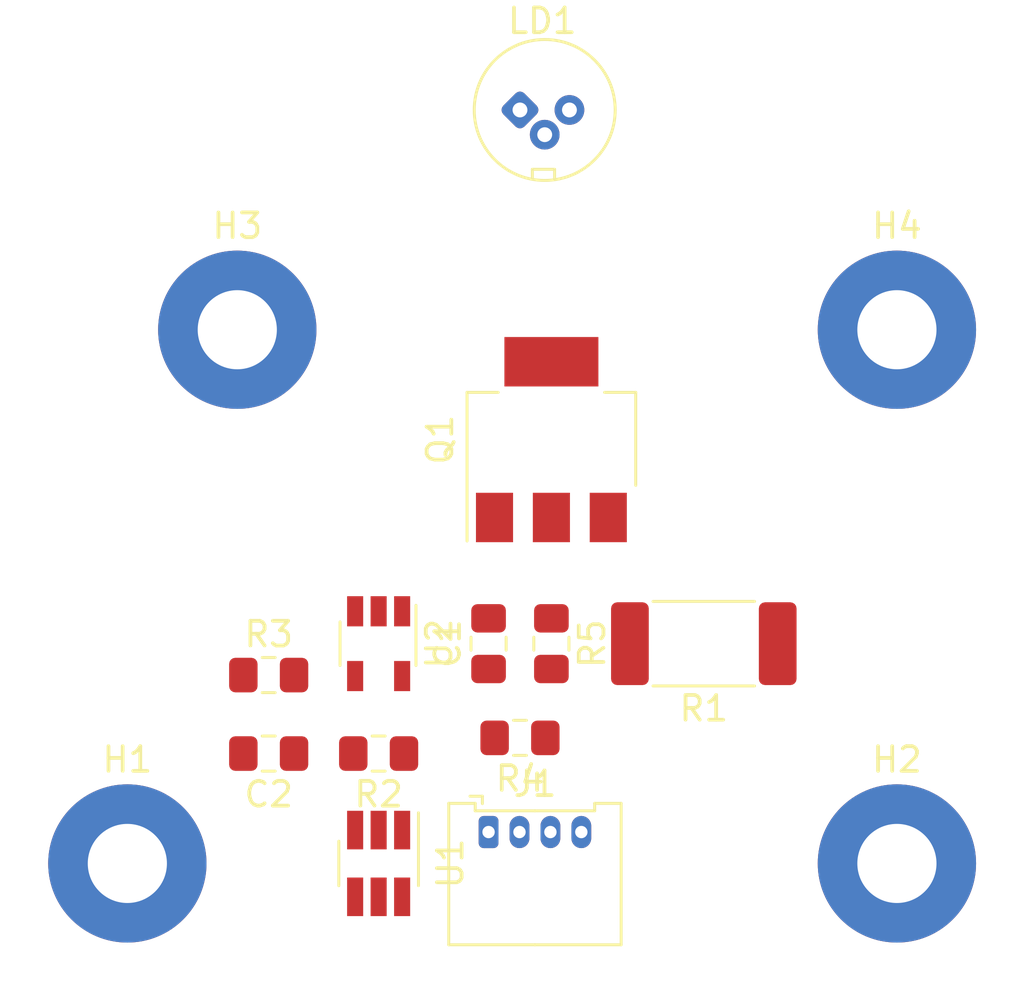
<source format=kicad_pcb>
(kicad_pcb (version 20171130) (host pcbnew "(5.1.5)-3")

  (general
    (thickness 1.6)
    (drawings 0)
    (tracks 0)
    (zones 0)
    (modules 16)
    (nets 12)
  )

  (page A4)
  (layers
    (0 F.Cu signal)
    (31 B.Cu signal)
    (32 B.Adhes user)
    (33 F.Adhes user)
    (34 B.Paste user)
    (35 F.Paste user)
    (36 B.SilkS user)
    (37 F.SilkS user)
    (38 B.Mask user)
    (39 F.Mask user)
    (40 Dwgs.User user)
    (41 Cmts.User user)
    (42 Eco1.User user)
    (43 Eco2.User user)
    (44 Edge.Cuts user)
    (45 Margin user)
    (46 B.CrtYd user)
    (47 F.CrtYd user)
    (48 B.Fab user)
    (49 F.Fab user)
  )

  (setup
    (last_trace_width 0.25)
    (trace_clearance 0.2)
    (zone_clearance 0.508)
    (zone_45_only no)
    (trace_min 0.2)
    (via_size 0.8)
    (via_drill 0.4)
    (via_min_size 0.4)
    (via_min_drill 0.3)
    (uvia_size 0.3)
    (uvia_drill 0.1)
    (uvias_allowed no)
    (uvia_min_size 0.2)
    (uvia_min_drill 0.1)
    (edge_width 0.05)
    (segment_width 0.2)
    (pcb_text_width 0.3)
    (pcb_text_size 1.5 1.5)
    (mod_edge_width 0.12)
    (mod_text_size 1 1)
    (mod_text_width 0.15)
    (pad_size 1.524 1.524)
    (pad_drill 0.762)
    (pad_to_mask_clearance 0.051)
    (solder_mask_min_width 0.25)
    (aux_axis_origin 0 0)
    (visible_elements 7FFFFFFF)
    (pcbplotparams
      (layerselection 0x010fc_ffffffff)
      (usegerberextensions false)
      (usegerberattributes false)
      (usegerberadvancedattributes false)
      (creategerberjobfile false)
      (excludeedgelayer true)
      (linewidth 0.100000)
      (plotframeref false)
      (viasonmask false)
      (mode 1)
      (useauxorigin false)
      (hpglpennumber 1)
      (hpglpenspeed 20)
      (hpglpendiameter 15.000000)
      (psnegative false)
      (psa4output false)
      (plotreference true)
      (plotvalue true)
      (plotinvisibletext false)
      (padsonsilk false)
      (subtractmaskfromsilk false)
      (outputformat 1)
      (mirror false)
      (drillshape 1)
      (scaleselection 1)
      (outputdirectory ""))
  )

  (net 0 "")
  (net 1 GND)
  (net 2 +5C)
  (net 3 /V-)
  (net 4 /V+)
  (net 5 "Net-(LD1-Pad1)")
  (net 6 /G)
  (net 7 /SDA)
  (net 8 /SCL)
  (net 9 /D)
  (net 10 /S)
  (net 11 /VOUT)

  (net_class Default "This is the default net class."
    (clearance 0.2)
    (trace_width 0.25)
    (via_dia 0.8)
    (via_drill 0.4)
    (uvia_dia 0.3)
    (uvia_drill 0.1)
    (add_net +5C)
    (add_net /D)
    (add_net /G)
    (add_net /S)
    (add_net /SCL)
    (add_net /SDA)
    (add_net /V+)
    (add_net /V-)
    (add_net /VOUT)
    (add_net GND)
    (add_net "Net-(LD1-Pad1)")
  )

  (module Package_TO_SOT_SMD:SOT-23-6_Handsoldering (layer F.Cu) (tedit 5A02FF57) (tstamp 5E4E384A)
    (at 137.16 100.33 270)
    (descr "6-pin SOT-23 package, Handsoldering")
    (tags "SOT-23-6 Handsoldering")
    (path /5E4F9088)
    (attr smd)
    (fp_text reference U1 (at 0 -2.9 90) (layer F.SilkS)
      (effects (font (size 1 1) (thickness 0.15)))
    )
    (fp_text value MCP4716 (at 0 2.9 90) (layer F.Fab)
      (effects (font (size 1 1) (thickness 0.15)))
    )
    (fp_line (start 0.9 -1.55) (end 0.9 1.55) (layer F.Fab) (width 0.1))
    (fp_line (start 0.9 1.55) (end -0.9 1.55) (layer F.Fab) (width 0.1))
    (fp_line (start -0.9 -0.9) (end -0.9 1.55) (layer F.Fab) (width 0.1))
    (fp_line (start 0.9 -1.55) (end -0.25 -1.55) (layer F.Fab) (width 0.1))
    (fp_line (start -0.9 -0.9) (end -0.25 -1.55) (layer F.Fab) (width 0.1))
    (fp_line (start -2.4 -1.8) (end 2.4 -1.8) (layer F.CrtYd) (width 0.05))
    (fp_line (start 2.4 -1.8) (end 2.4 1.8) (layer F.CrtYd) (width 0.05))
    (fp_line (start 2.4 1.8) (end -2.4 1.8) (layer F.CrtYd) (width 0.05))
    (fp_line (start -2.4 1.8) (end -2.4 -1.8) (layer F.CrtYd) (width 0.05))
    (fp_line (start 0.9 -1.61) (end -2.05 -1.61) (layer F.SilkS) (width 0.12))
    (fp_line (start -0.9 1.61) (end 0.9 1.61) (layer F.SilkS) (width 0.12))
    (fp_text user %R (at 0 0) (layer F.Fab)
      (effects (font (size 0.5 0.5) (thickness 0.075)))
    )
    (pad 5 smd rect (at 1.35 0 270) (size 1.56 0.65) (layers F.Cu F.Paste F.Mask)
      (net 8 /SCL))
    (pad 6 smd rect (at 1.35 -0.95 270) (size 1.56 0.65) (layers F.Cu F.Paste F.Mask)
      (net 2 +5C))
    (pad 4 smd rect (at 1.35 0.95 270) (size 1.56 0.65) (layers F.Cu F.Paste F.Mask)
      (net 7 /SDA))
    (pad 3 smd rect (at -1.35 0.95 270) (size 1.56 0.65) (layers F.Cu F.Paste F.Mask)
      (net 2 +5C))
    (pad 2 smd rect (at -1.35 0 270) (size 1.56 0.65) (layers F.Cu F.Paste F.Mask)
      (net 1 GND))
    (pad 1 smd rect (at -1.35 -0.95 270) (size 1.56 0.65) (layers F.Cu F.Paste F.Mask)
      (net 11 /VOUT))
    (model ${KISYS3DMOD}/Package_TO_SOT_SMD.3dshapes/SOT-23-6.wrl
      (at (xyz 0 0 0))
      (scale (xyz 1 1 1))
      (rotate (xyz 0 0 0))
    )
  )

  (module OptoDevice:LaserDiode_TO18-D5.6-3 (layer F.Cu) (tedit 5B887805) (tstamp 5E4E11C4)
    (at 142.875 69.85)
    (descr "Laser Diode, TO18-like (D=5.6mm), 3pin")
    (tags "Laser Diode TO18-like")
    (path /5E4E7513)
    (fp_text reference LD1 (at 0.9 -3.6) (layer F.SilkS)
      (effects (font (size 1 1) (thickness 0.15)))
    )
    (fp_text value SLD3134VL (at 1 3.8) (layer F.Fab)
      (effects (font (size 1 1) (thickness 0.15)))
    )
    (fp_circle (center 1 0) (end -1.85 0) (layer F.SilkS) (width 0.12))
    (fp_circle (center 1 0) (end 3.2 0) (layer F.Fab) (width 0.1))
    (fp_circle (center 1 0) (end 2.8 0) (layer F.Fab) (width 0.1))
    (fp_circle (center 1.02 0.01) (end 3.85 1.49) (layer F.CrtYd) (width 0.05))
    (fp_circle (center 1 0) (end -1.8 0) (layer F.Fab) (width 0.1))
    (fp_line (start 1.4 2.4) (end 1.4 2.7) (layer F.Fab) (width 0.1))
    (fp_line (start 0.5 2.4) (end 1.4 2.4) (layer F.Fab) (width 0.1))
    (fp_line (start 0.5 2.7) (end 0.5 2.4) (layer F.Fab) (width 0.1))
    (fp_line (start 3.4 0) (end 3.7 0.4) (layer F.Fab) (width 0.1))
    (fp_line (start 3.7 -0.4) (end 3.4 0) (layer F.Fab) (width 0.1))
    (fp_line (start -1.4 0) (end -1.7 -0.4) (layer F.Fab) (width 0.1))
    (fp_line (start -1.4 0) (end -1.7 0.4) (layer F.Fab) (width 0.1))
    (fp_line (start 1.4 2.4) (end 1.4 2.8) (layer F.SilkS) (width 0.12))
    (fp_line (start 0.5 2.4) (end 1.4 2.4) (layer F.SilkS) (width 0.12))
    (fp_line (start 0.5 2.8) (end 0.5 2.4) (layer F.SilkS) (width 0.12))
    (fp_text user %R (at 0.9 -3.6) (layer F.Fab)
      (effects (font (size 1 1) (thickness 0.15)))
    )
    (pad 3 thru_hole circle (at 2 0) (size 1.2 1.2) (drill 0.6) (layers *.Cu *.Mask)
      (net 9 /D))
    (pad 2 thru_hole circle (at 1 1) (size 1.2 1.2) (drill 0.6) (layers *.Cu *.Mask)
      (net 1 GND))
    (pad 1 thru_hole roundrect (at 0 0 45) (size 1.2 1.2) (drill 0.6) (layers *.Cu *.Mask) (roundrect_rratio 0.208)
      (net 5 "Net-(LD1-Pad1)"))
    (model ${KISYS3DMOD}/OptoDevice.3dshapes/LaserDiode_TO18-D5.6-3.wrl
      (at (xyz 0 0 0))
      (scale (xyz 1 1 1))
      (rotate (xyz 0 0 0))
    )
  )

  (module Resistor_SMD:R_0805_2012Metric_Pad1.15x1.40mm_HandSolder (layer F.Cu) (tedit 5B36C52B) (tstamp 5E4DEF02)
    (at 144.145 91.44 270)
    (descr "Resistor SMD 0805 (2012 Metric), square (rectangular) end terminal, IPC_7351 nominal with elongated pad for handsoldering. (Body size source: https://docs.google.com/spreadsheets/d/1BsfQQcO9C6DZCsRaXUlFlo91Tg2WpOkGARC1WS5S8t0/edit?usp=sharing), generated with kicad-footprint-generator")
    (tags "resistor handsolder")
    (path /5E479FC2)
    (attr smd)
    (fp_text reference R5 (at 0 -1.65 90) (layer F.SilkS)
      (effects (font (size 1 1) (thickness 0.15)))
    )
    (fp_text value 4kR (at 0 1.65 90) (layer F.Fab)
      (effects (font (size 1 1) (thickness 0.15)))
    )
    (fp_text user %R (at 0 0 90) (layer F.Fab)
      (effects (font (size 0.5 0.5) (thickness 0.08)))
    )
    (fp_line (start 1.85 0.95) (end -1.85 0.95) (layer F.CrtYd) (width 0.05))
    (fp_line (start 1.85 -0.95) (end 1.85 0.95) (layer F.CrtYd) (width 0.05))
    (fp_line (start -1.85 -0.95) (end 1.85 -0.95) (layer F.CrtYd) (width 0.05))
    (fp_line (start -1.85 0.95) (end -1.85 -0.95) (layer F.CrtYd) (width 0.05))
    (fp_line (start -0.261252 0.71) (end 0.261252 0.71) (layer F.SilkS) (width 0.12))
    (fp_line (start -0.261252 -0.71) (end 0.261252 -0.71) (layer F.SilkS) (width 0.12))
    (fp_line (start 1 0.6) (end -1 0.6) (layer F.Fab) (width 0.1))
    (fp_line (start 1 -0.6) (end 1 0.6) (layer F.Fab) (width 0.1))
    (fp_line (start -1 -0.6) (end 1 -0.6) (layer F.Fab) (width 0.1))
    (fp_line (start -1 0.6) (end -1 -0.6) (layer F.Fab) (width 0.1))
    (pad 2 smd roundrect (at 1.025 0 270) (size 1.15 1.4) (layers F.Cu F.Paste F.Mask) (roundrect_rratio 0.217391)
      (net 1 GND))
    (pad 1 smd roundrect (at -1.025 0 270) (size 1.15 1.4) (layers F.Cu F.Paste F.Mask) (roundrect_rratio 0.217391)
      (net 10 /S))
    (model ${KISYS3DMOD}/Resistor_SMD.3dshapes/R_0805_2012Metric.wrl
      (at (xyz 0 0 0))
      (scale (xyz 1 1 1))
      (rotate (xyz 0 0 0))
    )
  )

  (module Resistor_SMD:R_0805_2012Metric_Pad1.15x1.40mm_HandSolder (layer F.Cu) (tedit 5B36C52B) (tstamp 5E4DEEF3)
    (at 142.875 95.25 180)
    (descr "Resistor SMD 0805 (2012 Metric), square (rectangular) end terminal, IPC_7351 nominal with elongated pad for handsoldering. (Body size source: https://docs.google.com/spreadsheets/d/1BsfQQcO9C6DZCsRaXUlFlo91Tg2WpOkGARC1WS5S8t0/edit?usp=sharing), generated with kicad-footprint-generator")
    (tags "resistor handsolder")
    (path /5E47A4F4)
    (attr smd)
    (fp_text reference R4 (at 0 -1.65) (layer F.SilkS)
      (effects (font (size 1 1) (thickness 0.15)))
    )
    (fp_text value 10kR (at 0 1.65) (layer F.Fab)
      (effects (font (size 1 1) (thickness 0.15)))
    )
    (fp_text user %R (at 0 0) (layer F.Fab)
      (effects (font (size 0.5 0.5) (thickness 0.08)))
    )
    (fp_line (start 1.85 0.95) (end -1.85 0.95) (layer F.CrtYd) (width 0.05))
    (fp_line (start 1.85 -0.95) (end 1.85 0.95) (layer F.CrtYd) (width 0.05))
    (fp_line (start -1.85 -0.95) (end 1.85 -0.95) (layer F.CrtYd) (width 0.05))
    (fp_line (start -1.85 0.95) (end -1.85 -0.95) (layer F.CrtYd) (width 0.05))
    (fp_line (start -0.261252 0.71) (end 0.261252 0.71) (layer F.SilkS) (width 0.12))
    (fp_line (start -0.261252 -0.71) (end 0.261252 -0.71) (layer F.SilkS) (width 0.12))
    (fp_line (start 1 0.6) (end -1 0.6) (layer F.Fab) (width 0.1))
    (fp_line (start 1 -0.6) (end 1 0.6) (layer F.Fab) (width 0.1))
    (fp_line (start -1 -0.6) (end 1 -0.6) (layer F.Fab) (width 0.1))
    (fp_line (start -1 0.6) (end -1 -0.6) (layer F.Fab) (width 0.1))
    (pad 2 smd roundrect (at 1.025 0 180) (size 1.15 1.4) (layers F.Cu F.Paste F.Mask) (roundrect_rratio 0.217391)
      (net 3 /V-))
    (pad 1 smd roundrect (at -1.025 0 180) (size 1.15 1.4) (layers F.Cu F.Paste F.Mask) (roundrect_rratio 0.217391)
      (net 10 /S))
    (model ${KISYS3DMOD}/Resistor_SMD.3dshapes/R_0805_2012Metric.wrl
      (at (xyz 0 0 0))
      (scale (xyz 1 1 1))
      (rotate (xyz 0 0 0))
    )
  )

  (module Resistor_SMD:R_0805_2012Metric_Pad1.15x1.40mm_HandSolder (layer F.Cu) (tedit 5B36C52B) (tstamp 5E4DEEE4)
    (at 132.715 92.71)
    (descr "Resistor SMD 0805 (2012 Metric), square (rectangular) end terminal, IPC_7351 nominal with elongated pad for handsoldering. (Body size source: https://docs.google.com/spreadsheets/d/1BsfQQcO9C6DZCsRaXUlFlo91Tg2WpOkGARC1WS5S8t0/edit?usp=sharing), generated with kicad-footprint-generator")
    (tags "resistor handsolder")
    (path /5E47AA27)
    (attr smd)
    (fp_text reference R3 (at 0 -1.65) (layer F.SilkS)
      (effects (font (size 1 1) (thickness 0.15)))
    )
    (fp_text value 30kR (at 0 1.65) (layer F.Fab)
      (effects (font (size 1 1) (thickness 0.15)))
    )
    (fp_text user %R (at 0 0) (layer F.Fab)
      (effects (font (size 0.5 0.5) (thickness 0.08)))
    )
    (fp_line (start 1.85 0.95) (end -1.85 0.95) (layer F.CrtYd) (width 0.05))
    (fp_line (start 1.85 -0.95) (end 1.85 0.95) (layer F.CrtYd) (width 0.05))
    (fp_line (start -1.85 -0.95) (end 1.85 -0.95) (layer F.CrtYd) (width 0.05))
    (fp_line (start -1.85 0.95) (end -1.85 -0.95) (layer F.CrtYd) (width 0.05))
    (fp_line (start -0.261252 0.71) (end 0.261252 0.71) (layer F.SilkS) (width 0.12))
    (fp_line (start -0.261252 -0.71) (end 0.261252 -0.71) (layer F.SilkS) (width 0.12))
    (fp_line (start 1 0.6) (end -1 0.6) (layer F.Fab) (width 0.1))
    (fp_line (start 1 -0.6) (end 1 0.6) (layer F.Fab) (width 0.1))
    (fp_line (start -1 -0.6) (end 1 -0.6) (layer F.Fab) (width 0.1))
    (fp_line (start -1 0.6) (end -1 -0.6) (layer F.Fab) (width 0.1))
    (pad 2 smd roundrect (at 1.025 0) (size 1.15 1.4) (layers F.Cu F.Paste F.Mask) (roundrect_rratio 0.217391)
      (net 4 /V+))
    (pad 1 smd roundrect (at -1.025 0) (size 1.15 1.4) (layers F.Cu F.Paste F.Mask) (roundrect_rratio 0.217391)
      (net 2 +5C))
    (model ${KISYS3DMOD}/Resistor_SMD.3dshapes/R_0805_2012Metric.wrl
      (at (xyz 0 0 0))
      (scale (xyz 1 1 1))
      (rotate (xyz 0 0 0))
    )
  )

  (module Resistor_SMD:R_0805_2012Metric_Pad1.15x1.40mm_HandSolder (layer F.Cu) (tedit 5B36C52B) (tstamp 5E4DEED5)
    (at 137.16 95.885 180)
    (descr "Resistor SMD 0805 (2012 Metric), square (rectangular) end terminal, IPC_7351 nominal with elongated pad for handsoldering. (Body size source: https://docs.google.com/spreadsheets/d/1BsfQQcO9C6DZCsRaXUlFlo91Tg2WpOkGARC1WS5S8t0/edit?usp=sharing), generated with kicad-footprint-generator")
    (tags "resistor handsolder")
    (path /5E47A91E)
    (attr smd)
    (fp_text reference R2 (at 0 -1.65) (layer F.SilkS)
      (effects (font (size 1 1) (thickness 0.15)))
    )
    (fp_text value 20kR (at 0 1.65) (layer F.Fab)
      (effects (font (size 1 1) (thickness 0.15)))
    )
    (fp_text user %R (at 0 0) (layer F.Fab)
      (effects (font (size 0.5 0.5) (thickness 0.08)))
    )
    (fp_line (start 1.85 0.95) (end -1.85 0.95) (layer F.CrtYd) (width 0.05))
    (fp_line (start 1.85 -0.95) (end 1.85 0.95) (layer F.CrtYd) (width 0.05))
    (fp_line (start -1.85 -0.95) (end 1.85 -0.95) (layer F.CrtYd) (width 0.05))
    (fp_line (start -1.85 0.95) (end -1.85 -0.95) (layer F.CrtYd) (width 0.05))
    (fp_line (start -0.261252 0.71) (end 0.261252 0.71) (layer F.SilkS) (width 0.12))
    (fp_line (start -0.261252 -0.71) (end 0.261252 -0.71) (layer F.SilkS) (width 0.12))
    (fp_line (start 1 0.6) (end -1 0.6) (layer F.Fab) (width 0.1))
    (fp_line (start 1 -0.6) (end 1 0.6) (layer F.Fab) (width 0.1))
    (fp_line (start -1 -0.6) (end 1 -0.6) (layer F.Fab) (width 0.1))
    (fp_line (start -1 0.6) (end -1 -0.6) (layer F.Fab) (width 0.1))
    (pad 2 smd roundrect (at 1.025 0 180) (size 1.15 1.4) (layers F.Cu F.Paste F.Mask) (roundrect_rratio 0.217391)
      (net 4 /V+))
    (pad 1 smd roundrect (at -1.025 0 180) (size 1.15 1.4) (layers F.Cu F.Paste F.Mask) (roundrect_rratio 0.217391)
      (net 11 /VOUT))
    (model ${KISYS3DMOD}/Resistor_SMD.3dshapes/R_0805_2012Metric.wrl
      (at (xyz 0 0 0))
      (scale (xyz 1 1 1))
      (rotate (xyz 0 0 0))
    )
  )

  (module Package_TO_SOT_SMD:TSOT-23-5 (layer F.Cu) (tedit 5A02FF57) (tstamp 5E4DEF36)
    (at 137.16 91.44 270)
    (descr "5-pin TSOT23 package, http://cds.linear.com/docs/en/packaging/SOT_5_05-08-1635.pdf")
    (tags TSOT-23-5)
    (path /5E4799F9)
    (attr smd)
    (fp_text reference U2 (at 0 -2.45 90) (layer F.SilkS)
      (effects (font (size 1 1) (thickness 0.15)))
    )
    (fp_text value AD8601 (at 0 2.5 90) (layer F.Fab)
      (effects (font (size 1 1) (thickness 0.15)))
    )
    (fp_line (start 2.17 1.7) (end -2.17 1.7) (layer F.CrtYd) (width 0.05))
    (fp_line (start 2.17 1.7) (end 2.17 -1.7) (layer F.CrtYd) (width 0.05))
    (fp_line (start -2.17 -1.7) (end -2.17 1.7) (layer F.CrtYd) (width 0.05))
    (fp_line (start -2.17 -1.7) (end 2.17 -1.7) (layer F.CrtYd) (width 0.05))
    (fp_line (start 0.88 -1.45) (end 0.88 1.45) (layer F.Fab) (width 0.1))
    (fp_line (start 0.88 1.45) (end -0.88 1.45) (layer F.Fab) (width 0.1))
    (fp_line (start -0.88 -1) (end -0.88 1.45) (layer F.Fab) (width 0.1))
    (fp_line (start 0.88 -1.45) (end -0.43 -1.45) (layer F.Fab) (width 0.1))
    (fp_line (start -0.88 -1) (end -0.43 -1.45) (layer F.Fab) (width 0.1))
    (fp_line (start 0.88 -1.51) (end -1.55 -1.51) (layer F.SilkS) (width 0.12))
    (fp_line (start -0.88 1.56) (end 0.88 1.56) (layer F.SilkS) (width 0.12))
    (fp_text user %R (at 0 0) (layer F.Fab)
      (effects (font (size 0.5 0.5) (thickness 0.075)))
    )
    (pad 5 smd rect (at 1.31 -0.95 270) (size 1.22 0.65) (layers F.Cu F.Paste F.Mask)
      (net 2 +5C))
    (pad 4 smd rect (at 1.31 0.95 270) (size 1.22 0.65) (layers F.Cu F.Paste F.Mask)
      (net 3 /V-))
    (pad 3 smd rect (at -1.31 0.95 270) (size 1.22 0.65) (layers F.Cu F.Paste F.Mask)
      (net 4 /V+))
    (pad 2 smd rect (at -1.31 0 270) (size 1.22 0.65) (layers F.Cu F.Paste F.Mask)
      (net 1 GND))
    (pad 1 smd rect (at -1.31 -0.95 270) (size 1.22 0.65) (layers F.Cu F.Paste F.Mask)
      (net 6 /G))
    (model ${KISYS3DMOD}/Package_TO_SOT_SMD.3dshapes/TSOT-23-5.wrl
      (at (xyz 0 0 0))
      (scale (xyz 1 1 1))
      (rotate (xyz 0 0 0))
    )
  )

  (module Resistor_SMD:R_2512_6332Metric_Pad1.52x3.35mm_HandSolder (layer F.Cu) (tedit 5B301BBD) (tstamp 5E4DEEC6)
    (at 150.3075 91.44 180)
    (descr "Resistor SMD 2512 (6332 Metric), square (rectangular) end terminal, IPC_7351 nominal with elongated pad for handsoldering. (Body size source: http://www.tortai-tech.com/upload/download/2011102023233369053.pdf), generated with kicad-footprint-generator")
    (tags "resistor handsolder")
    (path /5E47AB6E)
    (attr smd)
    (fp_text reference R1 (at 0 -2.62) (layer F.SilkS)
      (effects (font (size 1 1) (thickness 0.15)))
    )
    (fp_text value 12R (at 0 2.62) (layer F.Fab)
      (effects (font (size 1 1) (thickness 0.15)))
    )
    (fp_text user %R (at 0 0) (layer F.Fab)
      (effects (font (size 1 1) (thickness 0.15)))
    )
    (fp_line (start 4 1.92) (end -4 1.92) (layer F.CrtYd) (width 0.05))
    (fp_line (start 4 -1.92) (end 4 1.92) (layer F.CrtYd) (width 0.05))
    (fp_line (start -4 -1.92) (end 4 -1.92) (layer F.CrtYd) (width 0.05))
    (fp_line (start -4 1.92) (end -4 -1.92) (layer F.CrtYd) (width 0.05))
    (fp_line (start -2.052064 1.71) (end 2.052064 1.71) (layer F.SilkS) (width 0.12))
    (fp_line (start -2.052064 -1.71) (end 2.052064 -1.71) (layer F.SilkS) (width 0.12))
    (fp_line (start 3.15 1.6) (end -3.15 1.6) (layer F.Fab) (width 0.1))
    (fp_line (start 3.15 -1.6) (end 3.15 1.6) (layer F.Fab) (width 0.1))
    (fp_line (start -3.15 -1.6) (end 3.15 -1.6) (layer F.Fab) (width 0.1))
    (fp_line (start -3.15 1.6) (end -3.15 -1.6) (layer F.Fab) (width 0.1))
    (pad 2 smd roundrect (at 2.9875 0 180) (size 1.525 3.35) (layers F.Cu F.Paste F.Mask) (roundrect_rratio 0.163934)
      (net 10 /S))
    (pad 1 smd roundrect (at -2.9875 0 180) (size 1.525 3.35) (layers F.Cu F.Paste F.Mask) (roundrect_rratio 0.163934)
      (net 2 +5C))
    (model ${KISYS3DMOD}/Resistor_SMD.3dshapes/R_2512_6332Metric.wrl
      (at (xyz 0 0 0))
      (scale (xyz 1 1 1))
      (rotate (xyz 0 0 0))
    )
  )

  (module Package_TO_SOT_SMD:SOT-223-3_TabPin2 (layer F.Cu) (tedit 5A02FF57) (tstamp 5E4DEEB5)
    (at 144.145 83.185 90)
    (descr "module CMS SOT223 4 pins")
    (tags "CMS SOT")
    (path /5E4DF28A)
    (attr smd)
    (fp_text reference Q1 (at 0 -4.5 90) (layer F.SilkS)
      (effects (font (size 1 1) (thickness 0.15)))
    )
    (fp_text value ZXMP6A17G (at 0 4.5 90) (layer F.Fab)
      (effects (font (size 1 1) (thickness 0.15)))
    )
    (fp_line (start 1.85 -3.35) (end 1.85 3.35) (layer F.Fab) (width 0.1))
    (fp_line (start -1.85 3.35) (end 1.85 3.35) (layer F.Fab) (width 0.1))
    (fp_line (start -4.1 -3.41) (end 1.91 -3.41) (layer F.SilkS) (width 0.12))
    (fp_line (start -0.85 -3.35) (end 1.85 -3.35) (layer F.Fab) (width 0.1))
    (fp_line (start -1.85 3.41) (end 1.91 3.41) (layer F.SilkS) (width 0.12))
    (fp_line (start -1.85 -2.35) (end -1.85 3.35) (layer F.Fab) (width 0.1))
    (fp_line (start -1.85 -2.35) (end -0.85 -3.35) (layer F.Fab) (width 0.1))
    (fp_line (start -4.4 -3.6) (end -4.4 3.6) (layer F.CrtYd) (width 0.05))
    (fp_line (start -4.4 3.6) (end 4.4 3.6) (layer F.CrtYd) (width 0.05))
    (fp_line (start 4.4 3.6) (end 4.4 -3.6) (layer F.CrtYd) (width 0.05))
    (fp_line (start 4.4 -3.6) (end -4.4 -3.6) (layer F.CrtYd) (width 0.05))
    (fp_line (start 1.91 -3.41) (end 1.91 -2.15) (layer F.SilkS) (width 0.12))
    (fp_line (start 1.91 3.41) (end 1.91 2.15) (layer F.SilkS) (width 0.12))
    (fp_text user %R (at 0 0) (layer F.Fab)
      (effects (font (size 0.8 0.8) (thickness 0.12)))
    )
    (pad 1 smd rect (at -3.15 -2.3 90) (size 2 1.5) (layers F.Cu F.Paste F.Mask)
      (net 6 /G))
    (pad 3 smd rect (at -3.15 2.3 90) (size 2 1.5) (layers F.Cu F.Paste F.Mask)
      (net 10 /S))
    (pad 2 smd rect (at -3.15 0 90) (size 2 1.5) (layers F.Cu F.Paste F.Mask)
      (net 9 /D))
    (pad 2 smd rect (at 3.15 0 90) (size 2 3.8) (layers F.Cu F.Paste F.Mask)
      (net 9 /D))
    (model ${KISYS3DMOD}/Package_TO_SOT_SMD.3dshapes/SOT-223.wrl
      (at (xyz 0 0 0))
      (scale (xyz 1 1 1))
      (rotate (xyz 0 0 0))
    )
  )

  (module Connector_Molex:Molex_PicoBlade_53048-0410_1x04_P1.25mm_Horizontal (layer F.Cu) (tedit 5B783024) (tstamp 5E4DEE88)
    (at 141.605 99.06)
    (descr "Molex PicoBlade Connector System, 53048-0410, 4 Pins per row (http://www.molex.com/pdm_docs/sd/530480210_sd.pdf), generated with kicad-footprint-generator")
    (tags "connector Molex PicoBlade top entry")
    (path /5E4950DC)
    (fp_text reference J1 (at 1.88 -1.95) (layer F.SilkS)
      (effects (font (size 1 1) (thickness 0.15)))
    )
    (fp_text value Conn_01x04_Male (at 1.88 5.65) (layer F.Fab)
      (effects (font (size 1 1) (thickness 0.15)))
    )
    (fp_text user %R (at 1.88 3.75) (layer F.Fab)
      (effects (font (size 1 1) (thickness 0.15)))
    )
    (fp_line (start 5.36 4.56) (end 1.875 4.56) (layer F.SilkS) (width 0.12))
    (fp_line (start 5.36 -1.16) (end 5.36 4.56) (layer F.SilkS) (width 0.12))
    (fp_line (start 4.29 -1.16) (end 5.36 -1.16) (layer F.SilkS) (width 0.12))
    (fp_line (start 4.29 -0.86) (end 4.29 -1.16) (layer F.SilkS) (width 0.12))
    (fp_line (start 1.875 -0.86) (end 4.29 -0.86) (layer F.SilkS) (width 0.12))
    (fp_line (start -1.61 4.56) (end 1.875 4.56) (layer F.SilkS) (width 0.12))
    (fp_line (start -1.61 -1.16) (end -1.61 4.56) (layer F.SilkS) (width 0.12))
    (fp_line (start -0.54 -1.16) (end -1.61 -1.16) (layer F.SilkS) (width 0.12))
    (fp_line (start -0.54 -0.86) (end -0.54 -1.16) (layer F.SilkS) (width 0.12))
    (fp_line (start 1.875 -0.86) (end -0.54 -0.86) (layer F.SilkS) (width 0.12))
    (fp_line (start 5.25 4.45) (end 1.875 4.45) (layer F.Fab) (width 0.1))
    (fp_line (start 5.25 -1.05) (end 5.25 4.45) (layer F.Fab) (width 0.1))
    (fp_line (start 4.4 -1.05) (end 5.25 -1.05) (layer F.Fab) (width 0.1))
    (fp_line (start 4.4 -0.75) (end 4.4 -1.05) (layer F.Fab) (width 0.1))
    (fp_line (start 1.875 -0.75) (end 4.4 -0.75) (layer F.Fab) (width 0.1))
    (fp_line (start -1.5 4.45) (end 1.875 4.45) (layer F.Fab) (width 0.1))
    (fp_line (start -1.5 -1.05) (end -1.5 4.45) (layer F.Fab) (width 0.1))
    (fp_line (start -0.65 -1.05) (end -1.5 -1.05) (layer F.Fab) (width 0.1))
    (fp_line (start -0.65 -0.75) (end -0.65 -1.05) (layer F.Fab) (width 0.1))
    (fp_line (start 1.875 -0.75) (end -0.65 -0.75) (layer F.Fab) (width 0.1))
    (fp_line (start 5.75 4.95) (end 1.87 4.95) (layer F.CrtYd) (width 0.05))
    (fp_line (start 5.75 -1.55) (end 5.75 4.95) (layer F.CrtYd) (width 0.05))
    (fp_line (start 3.9 -1.55) (end 5.75 -1.55) (layer F.CrtYd) (width 0.05))
    (fp_line (start 3.9 -1.25) (end 3.9 -1.55) (layer F.CrtYd) (width 0.05))
    (fp_line (start 1.87 -1.25) (end 3.9 -1.25) (layer F.CrtYd) (width 0.05))
    (fp_line (start -2 4.95) (end 1.88 4.95) (layer F.CrtYd) (width 0.05))
    (fp_line (start -2 -1.55) (end -2 4.95) (layer F.CrtYd) (width 0.05))
    (fp_line (start -0.15 -1.55) (end -2 -1.55) (layer F.CrtYd) (width 0.05))
    (fp_line (start -0.15 -1.25) (end -0.15 -1.55) (layer F.CrtYd) (width 0.05))
    (fp_line (start 1.88 -1.25) (end -0.15 -1.25) (layer F.CrtYd) (width 0.05))
    (fp_line (start 0 -0.042893) (end 0.5 -0.75) (layer F.Fab) (width 0.1))
    (fp_line (start -0.5 -0.75) (end 0 -0.042893) (layer F.Fab) (width 0.1))
    (fp_line (start -0.25 -1.45) (end -0.75 -1.45) (layer F.SilkS) (width 0.12))
    (fp_line (start -0.25 -1.15) (end -0.25 -1.45) (layer F.SilkS) (width 0.12))
    (pad 4 thru_hole oval (at 3.75 0) (size 0.8 1.3) (drill 0.5) (layers *.Cu *.Mask)
      (net 1 GND))
    (pad 3 thru_hole oval (at 2.5 0) (size 0.8 1.3) (drill 0.5) (layers *.Cu *.Mask)
      (net 7 /SDA))
    (pad 2 thru_hole oval (at 1.25 0) (size 0.8 1.3) (drill 0.5) (layers *.Cu *.Mask)
      (net 8 /SCL))
    (pad 1 thru_hole roundrect (at 0 0) (size 0.8 1.3) (drill 0.5) (layers *.Cu *.Mask) (roundrect_rratio 0.25)
      (net 2 +5C))
    (model ${KISYS3DMOD}/Connector_Molex.3dshapes/Molex_PicoBlade_53048-0410_1x04_P1.25mm_Horizontal.wrl
      (at (xyz 0 0 0))
      (scale (xyz 1 1 1))
      (rotate (xyz 0 0 0))
    )
  )

  (module MountingHole:MountingHole_3.2mm_M3_Pad (layer F.Cu) (tedit 56D1B4CB) (tstamp 5E4DEE5D)
    (at 158.115 78.74)
    (descr "Mounting Hole 3.2mm, M3")
    (tags "mounting hole 3.2mm m3")
    (path /5E4AA4F4)
    (attr virtual)
    (fp_text reference H4 (at 0 -4.2) (layer F.SilkS)
      (effects (font (size 1 1) (thickness 0.15)))
    )
    (fp_text value MountingHole (at 0 4.2) (layer F.Fab)
      (effects (font (size 1 1) (thickness 0.15)))
    )
    (fp_circle (center 0 0) (end 3.45 0) (layer F.CrtYd) (width 0.05))
    (fp_circle (center 0 0) (end 3.2 0) (layer Cmts.User) (width 0.15))
    (fp_text user %R (at 0.3 0) (layer F.Fab)
      (effects (font (size 1 1) (thickness 0.15)))
    )
    (pad 1 thru_hole circle (at 0 0) (size 6.4 6.4) (drill 3.2) (layers *.Cu *.Mask))
  )

  (module MountingHole:MountingHole_3.2mm_M3_Pad (layer F.Cu) (tedit 56D1B4CB) (tstamp 5E4DEE55)
    (at 131.445 78.74)
    (descr "Mounting Hole 3.2mm, M3")
    (tags "mounting hole 3.2mm m3")
    (path /5E4AA3C7)
    (attr virtual)
    (fp_text reference H3 (at 0 -4.2) (layer F.SilkS)
      (effects (font (size 1 1) (thickness 0.15)))
    )
    (fp_text value MountingHole (at 0 4.2) (layer F.Fab)
      (effects (font (size 1 1) (thickness 0.15)))
    )
    (fp_circle (center 0 0) (end 3.45 0) (layer F.CrtYd) (width 0.05))
    (fp_circle (center 0 0) (end 3.2 0) (layer Cmts.User) (width 0.15))
    (fp_text user %R (at 0.3 0) (layer F.Fab)
      (effects (font (size 1 1) (thickness 0.15)))
    )
    (pad 1 thru_hole circle (at 0 0) (size 6.4 6.4) (drill 3.2) (layers *.Cu *.Mask))
  )

  (module MountingHole:MountingHole_3.2mm_M3_Pad (layer F.Cu) (tedit 56D1B4CB) (tstamp 5E4DEE4D)
    (at 158.115 100.33)
    (descr "Mounting Hole 3.2mm, M3")
    (tags "mounting hole 3.2mm m3")
    (path /5E4A9F61)
    (attr virtual)
    (fp_text reference H2 (at 0 -4.2) (layer F.SilkS)
      (effects (font (size 1 1) (thickness 0.15)))
    )
    (fp_text value MountingHole (at 0 4.2) (layer F.Fab)
      (effects (font (size 1 1) (thickness 0.15)))
    )
    (fp_circle (center 0 0) (end 3.45 0) (layer F.CrtYd) (width 0.05))
    (fp_circle (center 0 0) (end 3.2 0) (layer Cmts.User) (width 0.15))
    (fp_text user %R (at 0.3 0) (layer F.Fab)
      (effects (font (size 1 1) (thickness 0.15)))
    )
    (pad 1 thru_hole circle (at 0 0) (size 6.4 6.4) (drill 3.2) (layers *.Cu *.Mask))
  )

  (module MountingHole:MountingHole_3.2mm_M3_Pad (layer F.Cu) (tedit 56D1B4CB) (tstamp 5E4DEE45)
    (at 127 100.33)
    (descr "Mounting Hole 3.2mm, M3")
    (tags "mounting hole 3.2mm m3")
    (path /5E4A9DE3)
    (attr virtual)
    (fp_text reference H1 (at 0 -4.2) (layer F.SilkS)
      (effects (font (size 1 1) (thickness 0.15)))
    )
    (fp_text value MountingHole (at 0 4.2) (layer F.Fab)
      (effects (font (size 1 1) (thickness 0.15)))
    )
    (fp_circle (center 0 0) (end 3.45 0) (layer F.CrtYd) (width 0.05))
    (fp_circle (center 0 0) (end 3.2 0) (layer Cmts.User) (width 0.15))
    (fp_text user %R (at 0.3 0) (layer F.Fab)
      (effects (font (size 1 1) (thickness 0.15)))
    )
    (pad 1 thru_hole circle (at 0 0) (size 6.4 6.4) (drill 3.2) (layers *.Cu *.Mask))
  )

  (module Capacitor_SMD:C_0805_2012Metric_Pad1.15x1.40mm_HandSolder (layer F.Cu) (tedit 5B36C52B) (tstamp 5E4DEE3D)
    (at 132.715 95.885 180)
    (descr "Capacitor SMD 0805 (2012 Metric), square (rectangular) end terminal, IPC_7351 nominal with elongated pad for handsoldering. (Body size source: https://docs.google.com/spreadsheets/d/1BsfQQcO9C6DZCsRaXUlFlo91Tg2WpOkGARC1WS5S8t0/edit?usp=sharing), generated with kicad-footprint-generator")
    (tags "capacitor handsolder")
    (path /5E47AED4)
    (attr smd)
    (fp_text reference C2 (at 0 -1.65) (layer F.SilkS)
      (effects (font (size 1 1) (thickness 0.15)))
    )
    (fp_text value 1nC (at 0 1.65) (layer F.Fab)
      (effects (font (size 1 1) (thickness 0.15)))
    )
    (fp_text user %R (at 0 0) (layer F.Fab)
      (effects (font (size 0.5 0.5) (thickness 0.08)))
    )
    (fp_line (start 1.85 0.95) (end -1.85 0.95) (layer F.CrtYd) (width 0.05))
    (fp_line (start 1.85 -0.95) (end 1.85 0.95) (layer F.CrtYd) (width 0.05))
    (fp_line (start -1.85 -0.95) (end 1.85 -0.95) (layer F.CrtYd) (width 0.05))
    (fp_line (start -1.85 0.95) (end -1.85 -0.95) (layer F.CrtYd) (width 0.05))
    (fp_line (start -0.261252 0.71) (end 0.261252 0.71) (layer F.SilkS) (width 0.12))
    (fp_line (start -0.261252 -0.71) (end 0.261252 -0.71) (layer F.SilkS) (width 0.12))
    (fp_line (start 1 0.6) (end -1 0.6) (layer F.Fab) (width 0.1))
    (fp_line (start 1 -0.6) (end 1 0.6) (layer F.Fab) (width 0.1))
    (fp_line (start -1 -0.6) (end 1 -0.6) (layer F.Fab) (width 0.1))
    (fp_line (start -1 0.6) (end -1 -0.6) (layer F.Fab) (width 0.1))
    (pad 2 smd roundrect (at 1.025 0 180) (size 1.15 1.4) (layers F.Cu F.Paste F.Mask) (roundrect_rratio 0.217391)
      (net 1 GND))
    (pad 1 smd roundrect (at -1.025 0 180) (size 1.15 1.4) (layers F.Cu F.Paste F.Mask) (roundrect_rratio 0.217391)
      (net 4 /V+))
    (model ${KISYS3DMOD}/Capacitor_SMD.3dshapes/C_0805_2012Metric.wrl
      (at (xyz 0 0 0))
      (scale (xyz 1 1 1))
      (rotate (xyz 0 0 0))
    )
  )

  (module Capacitor_SMD:C_0805_2012Metric_Pad1.15x1.40mm_HandSolder (layer F.Cu) (tedit 5B36C52B) (tstamp 5E4E3C18)
    (at 141.605 91.44 90)
    (descr "Capacitor SMD 0805 (2012 Metric), square (rectangular) end terminal, IPC_7351 nominal with elongated pad for handsoldering. (Body size source: https://docs.google.com/spreadsheets/d/1BsfQQcO9C6DZCsRaXUlFlo91Tg2WpOkGARC1WS5S8t0/edit?usp=sharing), generated with kicad-footprint-generator")
    (tags "capacitor handsolder")
    (path /5E47B442)
    (attr smd)
    (fp_text reference C1 (at 0 -1.65 90) (layer F.SilkS)
      (effects (font (size 1 1) (thickness 0.15)))
    )
    (fp_text value 100pC (at 0 1.65 90) (layer F.Fab)
      (effects (font (size 1 1) (thickness 0.15)))
    )
    (fp_text user %R (at 0 0 90) (layer F.Fab)
      (effects (font (size 0.5 0.5) (thickness 0.08)))
    )
    (fp_line (start 1.85 0.95) (end -1.85 0.95) (layer F.CrtYd) (width 0.05))
    (fp_line (start 1.85 -0.95) (end 1.85 0.95) (layer F.CrtYd) (width 0.05))
    (fp_line (start -1.85 -0.95) (end 1.85 -0.95) (layer F.CrtYd) (width 0.05))
    (fp_line (start -1.85 0.95) (end -1.85 -0.95) (layer F.CrtYd) (width 0.05))
    (fp_line (start -0.261252 0.71) (end 0.261252 0.71) (layer F.SilkS) (width 0.12))
    (fp_line (start -0.261252 -0.71) (end 0.261252 -0.71) (layer F.SilkS) (width 0.12))
    (fp_line (start 1 0.6) (end -1 0.6) (layer F.Fab) (width 0.1))
    (fp_line (start 1 -0.6) (end 1 0.6) (layer F.Fab) (width 0.1))
    (fp_line (start -1 -0.6) (end 1 -0.6) (layer F.Fab) (width 0.1))
    (fp_line (start -1 0.6) (end -1 -0.6) (layer F.Fab) (width 0.1))
    (pad 2 smd roundrect (at 1.025 0 90) (size 1.15 1.4) (layers F.Cu F.Paste F.Mask) (roundrect_rratio 0.217391)
      (net 6 /G))
    (pad 1 smd roundrect (at -1.025 0 90) (size 1.15 1.4) (layers F.Cu F.Paste F.Mask) (roundrect_rratio 0.217391)
      (net 3 /V-))
    (model ${KISYS3DMOD}/Capacitor_SMD.3dshapes/C_0805_2012Metric.wrl
      (at (xyz 0 0 0))
      (scale (xyz 1 1 1))
      (rotate (xyz 0 0 0))
    )
  )

)

</source>
